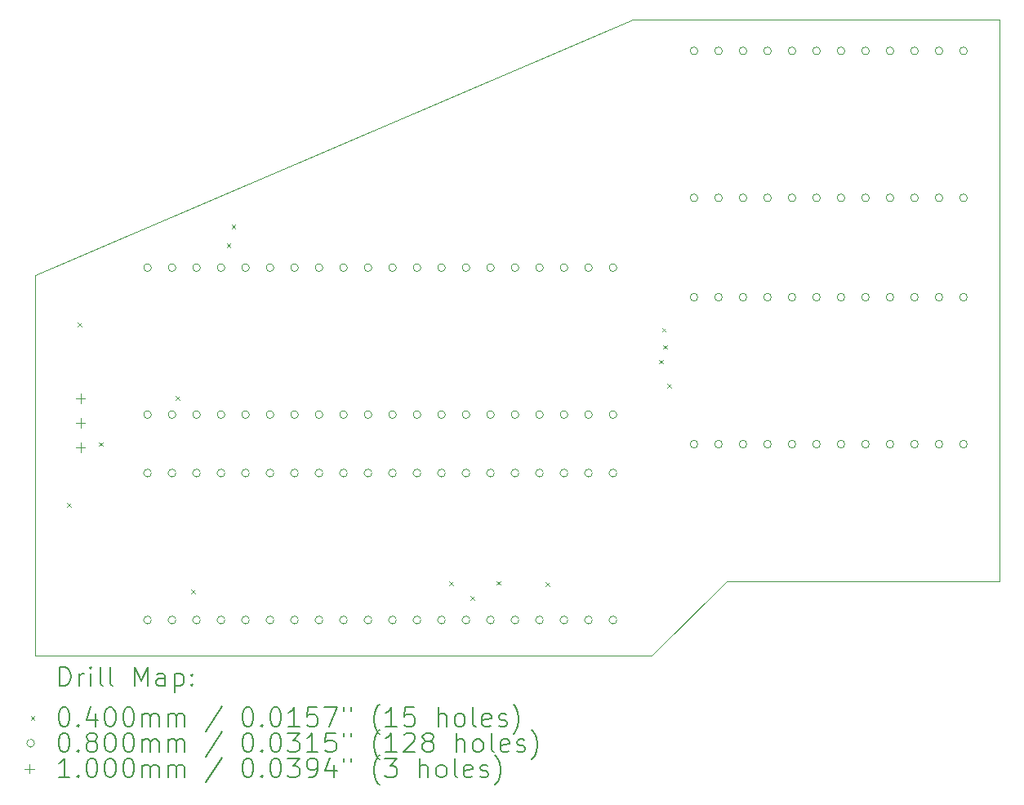
<source format=gbr>
%TF.GenerationSoftware,KiCad,Pcbnew,8.0.3*%
%TF.CreationDate,2024-06-29T10:30:59+02:00*%
%TF.ProjectId,adapter 8913-8910 triangle,61646170-7465-4722-9038-3931332d3839,rev?*%
%TF.SameCoordinates,Original*%
%TF.FileFunction,Drillmap*%
%TF.FilePolarity,Positive*%
%FSLAX45Y45*%
G04 Gerber Fmt 4.5, Leading zero omitted, Abs format (unit mm)*
G04 Created by KiCad (PCBNEW 8.0.3) date 2024-06-29 10:30:59*
%MOMM*%
%LPD*%
G01*
G04 APERTURE LIST*
%ADD10C,0.050000*%
%ADD11C,0.200000*%
%ADD12C,0.100000*%
G04 APERTURE END LIST*
D10*
X13583500Y-4565500D02*
X17383500Y-4565500D01*
X17383500Y-4565500D02*
X17383500Y-10390500D01*
X7383500Y-11165000D02*
X7383500Y-7221500D01*
X17383500Y-10390500D02*
X14560000Y-10390500D01*
X13783500Y-11165500D02*
X7383500Y-11165500D01*
X7383500Y-7221500D02*
X13583500Y-4565500D01*
X13783500Y-11165500D02*
X14560000Y-10390500D01*
D11*
D12*
X7720500Y-9580500D02*
X7760500Y-9620500D01*
X7760500Y-9580500D02*
X7720500Y-9620500D01*
X7830000Y-7710000D02*
X7870000Y-7750000D01*
X7870000Y-7710000D02*
X7830000Y-7750000D01*
X8050000Y-8950000D02*
X8090000Y-8990000D01*
X8090000Y-8950000D02*
X8050000Y-8990000D01*
X8846500Y-8473500D02*
X8886500Y-8513500D01*
X8886500Y-8473500D02*
X8846500Y-8513500D01*
X9002500Y-10479500D02*
X9042500Y-10519500D01*
X9042500Y-10479500D02*
X9002500Y-10519500D01*
X9374500Y-6890500D02*
X9414500Y-6930500D01*
X9414500Y-6890500D02*
X9374500Y-6930500D01*
X9425500Y-6694500D02*
X9465500Y-6734500D01*
X9465500Y-6694500D02*
X9425500Y-6734500D01*
X11680000Y-10395000D02*
X11720000Y-10435000D01*
X11720000Y-10395000D02*
X11680000Y-10435000D01*
X11900000Y-10545000D02*
X11940000Y-10585000D01*
X11940000Y-10545000D02*
X11900000Y-10585000D01*
X12172000Y-10390000D02*
X12212000Y-10430000D01*
X12212000Y-10390000D02*
X12172000Y-10430000D01*
X12677500Y-10404500D02*
X12717500Y-10444500D01*
X12717500Y-10404500D02*
X12677500Y-10444500D01*
X13857300Y-8094500D02*
X13897300Y-8134500D01*
X13897300Y-8094500D02*
X13857300Y-8134500D01*
X13886500Y-7765500D02*
X13926500Y-7805500D01*
X13926500Y-7765500D02*
X13886500Y-7805500D01*
X13896500Y-7943500D02*
X13936500Y-7983500D01*
X13936500Y-7943500D02*
X13896500Y-7983500D01*
X13942700Y-8345000D02*
X13982700Y-8385000D01*
X13982700Y-8345000D02*
X13942700Y-8385000D01*
X8592500Y-7139500D02*
G75*
G02*
X8512500Y-7139500I-40000J0D01*
G01*
X8512500Y-7139500D02*
G75*
G02*
X8592500Y-7139500I40000J0D01*
G01*
X8592500Y-8663500D02*
G75*
G02*
X8512500Y-8663500I-40000J0D01*
G01*
X8512500Y-8663500D02*
G75*
G02*
X8592500Y-8663500I40000J0D01*
G01*
X8592500Y-9269500D02*
G75*
G02*
X8512500Y-9269500I-40000J0D01*
G01*
X8512500Y-9269500D02*
G75*
G02*
X8592500Y-9269500I40000J0D01*
G01*
X8592500Y-10793500D02*
G75*
G02*
X8512500Y-10793500I-40000J0D01*
G01*
X8512500Y-10793500D02*
G75*
G02*
X8592500Y-10793500I40000J0D01*
G01*
X8846500Y-7139500D02*
G75*
G02*
X8766500Y-7139500I-40000J0D01*
G01*
X8766500Y-7139500D02*
G75*
G02*
X8846500Y-7139500I40000J0D01*
G01*
X8846500Y-8663500D02*
G75*
G02*
X8766500Y-8663500I-40000J0D01*
G01*
X8766500Y-8663500D02*
G75*
G02*
X8846500Y-8663500I40000J0D01*
G01*
X8846500Y-9269500D02*
G75*
G02*
X8766500Y-9269500I-40000J0D01*
G01*
X8766500Y-9269500D02*
G75*
G02*
X8846500Y-9269500I40000J0D01*
G01*
X8846500Y-10793500D02*
G75*
G02*
X8766500Y-10793500I-40000J0D01*
G01*
X8766500Y-10793500D02*
G75*
G02*
X8846500Y-10793500I40000J0D01*
G01*
X9100500Y-7139500D02*
G75*
G02*
X9020500Y-7139500I-40000J0D01*
G01*
X9020500Y-7139500D02*
G75*
G02*
X9100500Y-7139500I40000J0D01*
G01*
X9100500Y-8663500D02*
G75*
G02*
X9020500Y-8663500I-40000J0D01*
G01*
X9020500Y-8663500D02*
G75*
G02*
X9100500Y-8663500I40000J0D01*
G01*
X9100500Y-9269500D02*
G75*
G02*
X9020500Y-9269500I-40000J0D01*
G01*
X9020500Y-9269500D02*
G75*
G02*
X9100500Y-9269500I40000J0D01*
G01*
X9100500Y-10793500D02*
G75*
G02*
X9020500Y-10793500I-40000J0D01*
G01*
X9020500Y-10793500D02*
G75*
G02*
X9100500Y-10793500I40000J0D01*
G01*
X9354500Y-7139500D02*
G75*
G02*
X9274500Y-7139500I-40000J0D01*
G01*
X9274500Y-7139500D02*
G75*
G02*
X9354500Y-7139500I40000J0D01*
G01*
X9354500Y-8663500D02*
G75*
G02*
X9274500Y-8663500I-40000J0D01*
G01*
X9274500Y-8663500D02*
G75*
G02*
X9354500Y-8663500I40000J0D01*
G01*
X9354500Y-9269500D02*
G75*
G02*
X9274500Y-9269500I-40000J0D01*
G01*
X9274500Y-9269500D02*
G75*
G02*
X9354500Y-9269500I40000J0D01*
G01*
X9354500Y-10793500D02*
G75*
G02*
X9274500Y-10793500I-40000J0D01*
G01*
X9274500Y-10793500D02*
G75*
G02*
X9354500Y-10793500I40000J0D01*
G01*
X9608500Y-7139500D02*
G75*
G02*
X9528500Y-7139500I-40000J0D01*
G01*
X9528500Y-7139500D02*
G75*
G02*
X9608500Y-7139500I40000J0D01*
G01*
X9608500Y-8663500D02*
G75*
G02*
X9528500Y-8663500I-40000J0D01*
G01*
X9528500Y-8663500D02*
G75*
G02*
X9608500Y-8663500I40000J0D01*
G01*
X9608500Y-9269500D02*
G75*
G02*
X9528500Y-9269500I-40000J0D01*
G01*
X9528500Y-9269500D02*
G75*
G02*
X9608500Y-9269500I40000J0D01*
G01*
X9608500Y-10793500D02*
G75*
G02*
X9528500Y-10793500I-40000J0D01*
G01*
X9528500Y-10793500D02*
G75*
G02*
X9608500Y-10793500I40000J0D01*
G01*
X9862500Y-7139500D02*
G75*
G02*
X9782500Y-7139500I-40000J0D01*
G01*
X9782500Y-7139500D02*
G75*
G02*
X9862500Y-7139500I40000J0D01*
G01*
X9862500Y-8663500D02*
G75*
G02*
X9782500Y-8663500I-40000J0D01*
G01*
X9782500Y-8663500D02*
G75*
G02*
X9862500Y-8663500I40000J0D01*
G01*
X9862500Y-9269500D02*
G75*
G02*
X9782500Y-9269500I-40000J0D01*
G01*
X9782500Y-9269500D02*
G75*
G02*
X9862500Y-9269500I40000J0D01*
G01*
X9862500Y-10793500D02*
G75*
G02*
X9782500Y-10793500I-40000J0D01*
G01*
X9782500Y-10793500D02*
G75*
G02*
X9862500Y-10793500I40000J0D01*
G01*
X10116500Y-7139500D02*
G75*
G02*
X10036500Y-7139500I-40000J0D01*
G01*
X10036500Y-7139500D02*
G75*
G02*
X10116500Y-7139500I40000J0D01*
G01*
X10116500Y-8663500D02*
G75*
G02*
X10036500Y-8663500I-40000J0D01*
G01*
X10036500Y-8663500D02*
G75*
G02*
X10116500Y-8663500I40000J0D01*
G01*
X10116500Y-9269500D02*
G75*
G02*
X10036500Y-9269500I-40000J0D01*
G01*
X10036500Y-9269500D02*
G75*
G02*
X10116500Y-9269500I40000J0D01*
G01*
X10116500Y-10793500D02*
G75*
G02*
X10036500Y-10793500I-40000J0D01*
G01*
X10036500Y-10793500D02*
G75*
G02*
X10116500Y-10793500I40000J0D01*
G01*
X10370500Y-7139500D02*
G75*
G02*
X10290500Y-7139500I-40000J0D01*
G01*
X10290500Y-7139500D02*
G75*
G02*
X10370500Y-7139500I40000J0D01*
G01*
X10370500Y-8663500D02*
G75*
G02*
X10290500Y-8663500I-40000J0D01*
G01*
X10290500Y-8663500D02*
G75*
G02*
X10370500Y-8663500I40000J0D01*
G01*
X10370500Y-9269500D02*
G75*
G02*
X10290500Y-9269500I-40000J0D01*
G01*
X10290500Y-9269500D02*
G75*
G02*
X10370500Y-9269500I40000J0D01*
G01*
X10370500Y-10793500D02*
G75*
G02*
X10290500Y-10793500I-40000J0D01*
G01*
X10290500Y-10793500D02*
G75*
G02*
X10370500Y-10793500I40000J0D01*
G01*
X10624500Y-7139500D02*
G75*
G02*
X10544500Y-7139500I-40000J0D01*
G01*
X10544500Y-7139500D02*
G75*
G02*
X10624500Y-7139500I40000J0D01*
G01*
X10624500Y-8663500D02*
G75*
G02*
X10544500Y-8663500I-40000J0D01*
G01*
X10544500Y-8663500D02*
G75*
G02*
X10624500Y-8663500I40000J0D01*
G01*
X10624500Y-9269500D02*
G75*
G02*
X10544500Y-9269500I-40000J0D01*
G01*
X10544500Y-9269500D02*
G75*
G02*
X10624500Y-9269500I40000J0D01*
G01*
X10624500Y-10793500D02*
G75*
G02*
X10544500Y-10793500I-40000J0D01*
G01*
X10544500Y-10793500D02*
G75*
G02*
X10624500Y-10793500I40000J0D01*
G01*
X10878500Y-7139500D02*
G75*
G02*
X10798500Y-7139500I-40000J0D01*
G01*
X10798500Y-7139500D02*
G75*
G02*
X10878500Y-7139500I40000J0D01*
G01*
X10878500Y-8663500D02*
G75*
G02*
X10798500Y-8663500I-40000J0D01*
G01*
X10798500Y-8663500D02*
G75*
G02*
X10878500Y-8663500I40000J0D01*
G01*
X10878500Y-9269500D02*
G75*
G02*
X10798500Y-9269500I-40000J0D01*
G01*
X10798500Y-9269500D02*
G75*
G02*
X10878500Y-9269500I40000J0D01*
G01*
X10878500Y-10793500D02*
G75*
G02*
X10798500Y-10793500I-40000J0D01*
G01*
X10798500Y-10793500D02*
G75*
G02*
X10878500Y-10793500I40000J0D01*
G01*
X11132500Y-7139500D02*
G75*
G02*
X11052500Y-7139500I-40000J0D01*
G01*
X11052500Y-7139500D02*
G75*
G02*
X11132500Y-7139500I40000J0D01*
G01*
X11132500Y-8663500D02*
G75*
G02*
X11052500Y-8663500I-40000J0D01*
G01*
X11052500Y-8663500D02*
G75*
G02*
X11132500Y-8663500I40000J0D01*
G01*
X11132500Y-9269500D02*
G75*
G02*
X11052500Y-9269500I-40000J0D01*
G01*
X11052500Y-9269500D02*
G75*
G02*
X11132500Y-9269500I40000J0D01*
G01*
X11132500Y-10793500D02*
G75*
G02*
X11052500Y-10793500I-40000J0D01*
G01*
X11052500Y-10793500D02*
G75*
G02*
X11132500Y-10793500I40000J0D01*
G01*
X11386500Y-7139500D02*
G75*
G02*
X11306500Y-7139500I-40000J0D01*
G01*
X11306500Y-7139500D02*
G75*
G02*
X11386500Y-7139500I40000J0D01*
G01*
X11386500Y-8663500D02*
G75*
G02*
X11306500Y-8663500I-40000J0D01*
G01*
X11306500Y-8663500D02*
G75*
G02*
X11386500Y-8663500I40000J0D01*
G01*
X11386500Y-9269500D02*
G75*
G02*
X11306500Y-9269500I-40000J0D01*
G01*
X11306500Y-9269500D02*
G75*
G02*
X11386500Y-9269500I40000J0D01*
G01*
X11386500Y-10793500D02*
G75*
G02*
X11306500Y-10793500I-40000J0D01*
G01*
X11306500Y-10793500D02*
G75*
G02*
X11386500Y-10793500I40000J0D01*
G01*
X11640500Y-7139500D02*
G75*
G02*
X11560500Y-7139500I-40000J0D01*
G01*
X11560500Y-7139500D02*
G75*
G02*
X11640500Y-7139500I40000J0D01*
G01*
X11640500Y-8663500D02*
G75*
G02*
X11560500Y-8663500I-40000J0D01*
G01*
X11560500Y-8663500D02*
G75*
G02*
X11640500Y-8663500I40000J0D01*
G01*
X11640500Y-9269500D02*
G75*
G02*
X11560500Y-9269500I-40000J0D01*
G01*
X11560500Y-9269500D02*
G75*
G02*
X11640500Y-9269500I40000J0D01*
G01*
X11640500Y-10793500D02*
G75*
G02*
X11560500Y-10793500I-40000J0D01*
G01*
X11560500Y-10793500D02*
G75*
G02*
X11640500Y-10793500I40000J0D01*
G01*
X11894500Y-7139500D02*
G75*
G02*
X11814500Y-7139500I-40000J0D01*
G01*
X11814500Y-7139500D02*
G75*
G02*
X11894500Y-7139500I40000J0D01*
G01*
X11894500Y-8663500D02*
G75*
G02*
X11814500Y-8663500I-40000J0D01*
G01*
X11814500Y-8663500D02*
G75*
G02*
X11894500Y-8663500I40000J0D01*
G01*
X11894500Y-9269500D02*
G75*
G02*
X11814500Y-9269500I-40000J0D01*
G01*
X11814500Y-9269500D02*
G75*
G02*
X11894500Y-9269500I40000J0D01*
G01*
X11894500Y-10793500D02*
G75*
G02*
X11814500Y-10793500I-40000J0D01*
G01*
X11814500Y-10793500D02*
G75*
G02*
X11894500Y-10793500I40000J0D01*
G01*
X12148500Y-7139500D02*
G75*
G02*
X12068500Y-7139500I-40000J0D01*
G01*
X12068500Y-7139500D02*
G75*
G02*
X12148500Y-7139500I40000J0D01*
G01*
X12148500Y-8663500D02*
G75*
G02*
X12068500Y-8663500I-40000J0D01*
G01*
X12068500Y-8663500D02*
G75*
G02*
X12148500Y-8663500I40000J0D01*
G01*
X12148500Y-9269500D02*
G75*
G02*
X12068500Y-9269500I-40000J0D01*
G01*
X12068500Y-9269500D02*
G75*
G02*
X12148500Y-9269500I40000J0D01*
G01*
X12148500Y-10793500D02*
G75*
G02*
X12068500Y-10793500I-40000J0D01*
G01*
X12068500Y-10793500D02*
G75*
G02*
X12148500Y-10793500I40000J0D01*
G01*
X12402500Y-7139500D02*
G75*
G02*
X12322500Y-7139500I-40000J0D01*
G01*
X12322500Y-7139500D02*
G75*
G02*
X12402500Y-7139500I40000J0D01*
G01*
X12402500Y-8663500D02*
G75*
G02*
X12322500Y-8663500I-40000J0D01*
G01*
X12322500Y-8663500D02*
G75*
G02*
X12402500Y-8663500I40000J0D01*
G01*
X12402500Y-9269500D02*
G75*
G02*
X12322500Y-9269500I-40000J0D01*
G01*
X12322500Y-9269500D02*
G75*
G02*
X12402500Y-9269500I40000J0D01*
G01*
X12402500Y-10793500D02*
G75*
G02*
X12322500Y-10793500I-40000J0D01*
G01*
X12322500Y-10793500D02*
G75*
G02*
X12402500Y-10793500I40000J0D01*
G01*
X12656500Y-7139500D02*
G75*
G02*
X12576500Y-7139500I-40000J0D01*
G01*
X12576500Y-7139500D02*
G75*
G02*
X12656500Y-7139500I40000J0D01*
G01*
X12656500Y-8663500D02*
G75*
G02*
X12576500Y-8663500I-40000J0D01*
G01*
X12576500Y-8663500D02*
G75*
G02*
X12656500Y-8663500I40000J0D01*
G01*
X12656500Y-9269500D02*
G75*
G02*
X12576500Y-9269500I-40000J0D01*
G01*
X12576500Y-9269500D02*
G75*
G02*
X12656500Y-9269500I40000J0D01*
G01*
X12656500Y-10793500D02*
G75*
G02*
X12576500Y-10793500I-40000J0D01*
G01*
X12576500Y-10793500D02*
G75*
G02*
X12656500Y-10793500I40000J0D01*
G01*
X12910500Y-7139500D02*
G75*
G02*
X12830500Y-7139500I-40000J0D01*
G01*
X12830500Y-7139500D02*
G75*
G02*
X12910500Y-7139500I40000J0D01*
G01*
X12910500Y-8663500D02*
G75*
G02*
X12830500Y-8663500I-40000J0D01*
G01*
X12830500Y-8663500D02*
G75*
G02*
X12910500Y-8663500I40000J0D01*
G01*
X12910500Y-9269500D02*
G75*
G02*
X12830500Y-9269500I-40000J0D01*
G01*
X12830500Y-9269500D02*
G75*
G02*
X12910500Y-9269500I40000J0D01*
G01*
X12910500Y-10793500D02*
G75*
G02*
X12830500Y-10793500I-40000J0D01*
G01*
X12830500Y-10793500D02*
G75*
G02*
X12910500Y-10793500I40000J0D01*
G01*
X13164500Y-7139500D02*
G75*
G02*
X13084500Y-7139500I-40000J0D01*
G01*
X13084500Y-7139500D02*
G75*
G02*
X13164500Y-7139500I40000J0D01*
G01*
X13164500Y-8663500D02*
G75*
G02*
X13084500Y-8663500I-40000J0D01*
G01*
X13084500Y-8663500D02*
G75*
G02*
X13164500Y-8663500I40000J0D01*
G01*
X13164500Y-9269500D02*
G75*
G02*
X13084500Y-9269500I-40000J0D01*
G01*
X13084500Y-9269500D02*
G75*
G02*
X13164500Y-9269500I40000J0D01*
G01*
X13164500Y-10793500D02*
G75*
G02*
X13084500Y-10793500I-40000J0D01*
G01*
X13084500Y-10793500D02*
G75*
G02*
X13164500Y-10793500I40000J0D01*
G01*
X13418500Y-7139500D02*
G75*
G02*
X13338500Y-7139500I-40000J0D01*
G01*
X13338500Y-7139500D02*
G75*
G02*
X13418500Y-7139500I40000J0D01*
G01*
X13418500Y-8663500D02*
G75*
G02*
X13338500Y-8663500I-40000J0D01*
G01*
X13338500Y-8663500D02*
G75*
G02*
X13418500Y-8663500I40000J0D01*
G01*
X13418500Y-9269500D02*
G75*
G02*
X13338500Y-9269500I-40000J0D01*
G01*
X13338500Y-9269500D02*
G75*
G02*
X13418500Y-9269500I40000J0D01*
G01*
X13418500Y-10793500D02*
G75*
G02*
X13338500Y-10793500I-40000J0D01*
G01*
X13338500Y-10793500D02*
G75*
G02*
X13418500Y-10793500I40000J0D01*
G01*
X14258500Y-4891500D02*
G75*
G02*
X14178500Y-4891500I-40000J0D01*
G01*
X14178500Y-4891500D02*
G75*
G02*
X14258500Y-4891500I40000J0D01*
G01*
X14258500Y-6415500D02*
G75*
G02*
X14178500Y-6415500I-40000J0D01*
G01*
X14178500Y-6415500D02*
G75*
G02*
X14258500Y-6415500I40000J0D01*
G01*
X14258500Y-7445500D02*
G75*
G02*
X14178500Y-7445500I-40000J0D01*
G01*
X14178500Y-7445500D02*
G75*
G02*
X14258500Y-7445500I40000J0D01*
G01*
X14258500Y-8969500D02*
G75*
G02*
X14178500Y-8969500I-40000J0D01*
G01*
X14178500Y-8969500D02*
G75*
G02*
X14258500Y-8969500I40000J0D01*
G01*
X14512500Y-4891500D02*
G75*
G02*
X14432500Y-4891500I-40000J0D01*
G01*
X14432500Y-4891500D02*
G75*
G02*
X14512500Y-4891500I40000J0D01*
G01*
X14512500Y-6415500D02*
G75*
G02*
X14432500Y-6415500I-40000J0D01*
G01*
X14432500Y-6415500D02*
G75*
G02*
X14512500Y-6415500I40000J0D01*
G01*
X14512500Y-7445500D02*
G75*
G02*
X14432500Y-7445500I-40000J0D01*
G01*
X14432500Y-7445500D02*
G75*
G02*
X14512500Y-7445500I40000J0D01*
G01*
X14512500Y-8969500D02*
G75*
G02*
X14432500Y-8969500I-40000J0D01*
G01*
X14432500Y-8969500D02*
G75*
G02*
X14512500Y-8969500I40000J0D01*
G01*
X14766500Y-4891500D02*
G75*
G02*
X14686500Y-4891500I-40000J0D01*
G01*
X14686500Y-4891500D02*
G75*
G02*
X14766500Y-4891500I40000J0D01*
G01*
X14766500Y-6415500D02*
G75*
G02*
X14686500Y-6415500I-40000J0D01*
G01*
X14686500Y-6415500D02*
G75*
G02*
X14766500Y-6415500I40000J0D01*
G01*
X14766500Y-7445500D02*
G75*
G02*
X14686500Y-7445500I-40000J0D01*
G01*
X14686500Y-7445500D02*
G75*
G02*
X14766500Y-7445500I40000J0D01*
G01*
X14766500Y-8969500D02*
G75*
G02*
X14686500Y-8969500I-40000J0D01*
G01*
X14686500Y-8969500D02*
G75*
G02*
X14766500Y-8969500I40000J0D01*
G01*
X15020500Y-4891500D02*
G75*
G02*
X14940500Y-4891500I-40000J0D01*
G01*
X14940500Y-4891500D02*
G75*
G02*
X15020500Y-4891500I40000J0D01*
G01*
X15020500Y-6415500D02*
G75*
G02*
X14940500Y-6415500I-40000J0D01*
G01*
X14940500Y-6415500D02*
G75*
G02*
X15020500Y-6415500I40000J0D01*
G01*
X15020500Y-7445500D02*
G75*
G02*
X14940500Y-7445500I-40000J0D01*
G01*
X14940500Y-7445500D02*
G75*
G02*
X15020500Y-7445500I40000J0D01*
G01*
X15020500Y-8969500D02*
G75*
G02*
X14940500Y-8969500I-40000J0D01*
G01*
X14940500Y-8969500D02*
G75*
G02*
X15020500Y-8969500I40000J0D01*
G01*
X15274500Y-4891500D02*
G75*
G02*
X15194500Y-4891500I-40000J0D01*
G01*
X15194500Y-4891500D02*
G75*
G02*
X15274500Y-4891500I40000J0D01*
G01*
X15274500Y-6415500D02*
G75*
G02*
X15194500Y-6415500I-40000J0D01*
G01*
X15194500Y-6415500D02*
G75*
G02*
X15274500Y-6415500I40000J0D01*
G01*
X15274500Y-7445500D02*
G75*
G02*
X15194500Y-7445500I-40000J0D01*
G01*
X15194500Y-7445500D02*
G75*
G02*
X15274500Y-7445500I40000J0D01*
G01*
X15274500Y-8969500D02*
G75*
G02*
X15194500Y-8969500I-40000J0D01*
G01*
X15194500Y-8969500D02*
G75*
G02*
X15274500Y-8969500I40000J0D01*
G01*
X15528500Y-4891500D02*
G75*
G02*
X15448500Y-4891500I-40000J0D01*
G01*
X15448500Y-4891500D02*
G75*
G02*
X15528500Y-4891500I40000J0D01*
G01*
X15528500Y-6415500D02*
G75*
G02*
X15448500Y-6415500I-40000J0D01*
G01*
X15448500Y-6415500D02*
G75*
G02*
X15528500Y-6415500I40000J0D01*
G01*
X15528500Y-7445500D02*
G75*
G02*
X15448500Y-7445500I-40000J0D01*
G01*
X15448500Y-7445500D02*
G75*
G02*
X15528500Y-7445500I40000J0D01*
G01*
X15528500Y-8969500D02*
G75*
G02*
X15448500Y-8969500I-40000J0D01*
G01*
X15448500Y-8969500D02*
G75*
G02*
X15528500Y-8969500I40000J0D01*
G01*
X15782500Y-4891500D02*
G75*
G02*
X15702500Y-4891500I-40000J0D01*
G01*
X15702500Y-4891500D02*
G75*
G02*
X15782500Y-4891500I40000J0D01*
G01*
X15782500Y-6415500D02*
G75*
G02*
X15702500Y-6415500I-40000J0D01*
G01*
X15702500Y-6415500D02*
G75*
G02*
X15782500Y-6415500I40000J0D01*
G01*
X15782500Y-7445500D02*
G75*
G02*
X15702500Y-7445500I-40000J0D01*
G01*
X15702500Y-7445500D02*
G75*
G02*
X15782500Y-7445500I40000J0D01*
G01*
X15782500Y-8969500D02*
G75*
G02*
X15702500Y-8969500I-40000J0D01*
G01*
X15702500Y-8969500D02*
G75*
G02*
X15782500Y-8969500I40000J0D01*
G01*
X16036500Y-4891500D02*
G75*
G02*
X15956500Y-4891500I-40000J0D01*
G01*
X15956500Y-4891500D02*
G75*
G02*
X16036500Y-4891500I40000J0D01*
G01*
X16036500Y-6415500D02*
G75*
G02*
X15956500Y-6415500I-40000J0D01*
G01*
X15956500Y-6415500D02*
G75*
G02*
X16036500Y-6415500I40000J0D01*
G01*
X16036500Y-7445500D02*
G75*
G02*
X15956500Y-7445500I-40000J0D01*
G01*
X15956500Y-7445500D02*
G75*
G02*
X16036500Y-7445500I40000J0D01*
G01*
X16036500Y-8969500D02*
G75*
G02*
X15956500Y-8969500I-40000J0D01*
G01*
X15956500Y-8969500D02*
G75*
G02*
X16036500Y-8969500I40000J0D01*
G01*
X16290500Y-4891500D02*
G75*
G02*
X16210500Y-4891500I-40000J0D01*
G01*
X16210500Y-4891500D02*
G75*
G02*
X16290500Y-4891500I40000J0D01*
G01*
X16290500Y-6415500D02*
G75*
G02*
X16210500Y-6415500I-40000J0D01*
G01*
X16210500Y-6415500D02*
G75*
G02*
X16290500Y-6415500I40000J0D01*
G01*
X16290500Y-7445500D02*
G75*
G02*
X16210500Y-7445500I-40000J0D01*
G01*
X16210500Y-7445500D02*
G75*
G02*
X16290500Y-7445500I40000J0D01*
G01*
X16290500Y-8969500D02*
G75*
G02*
X16210500Y-8969500I-40000J0D01*
G01*
X16210500Y-8969500D02*
G75*
G02*
X16290500Y-8969500I40000J0D01*
G01*
X16544500Y-4891500D02*
G75*
G02*
X16464500Y-4891500I-40000J0D01*
G01*
X16464500Y-4891500D02*
G75*
G02*
X16544500Y-4891500I40000J0D01*
G01*
X16544500Y-6415500D02*
G75*
G02*
X16464500Y-6415500I-40000J0D01*
G01*
X16464500Y-6415500D02*
G75*
G02*
X16544500Y-6415500I40000J0D01*
G01*
X16544500Y-7445500D02*
G75*
G02*
X16464500Y-7445500I-40000J0D01*
G01*
X16464500Y-7445500D02*
G75*
G02*
X16544500Y-7445500I40000J0D01*
G01*
X16544500Y-8969500D02*
G75*
G02*
X16464500Y-8969500I-40000J0D01*
G01*
X16464500Y-8969500D02*
G75*
G02*
X16544500Y-8969500I40000J0D01*
G01*
X16798500Y-4891500D02*
G75*
G02*
X16718500Y-4891500I-40000J0D01*
G01*
X16718500Y-4891500D02*
G75*
G02*
X16798500Y-4891500I40000J0D01*
G01*
X16798500Y-6415500D02*
G75*
G02*
X16718500Y-6415500I-40000J0D01*
G01*
X16718500Y-6415500D02*
G75*
G02*
X16798500Y-6415500I40000J0D01*
G01*
X16798500Y-7445500D02*
G75*
G02*
X16718500Y-7445500I-40000J0D01*
G01*
X16718500Y-7445500D02*
G75*
G02*
X16798500Y-7445500I40000J0D01*
G01*
X16798500Y-8969500D02*
G75*
G02*
X16718500Y-8969500I-40000J0D01*
G01*
X16718500Y-8969500D02*
G75*
G02*
X16798500Y-8969500I40000J0D01*
G01*
X17052500Y-4891500D02*
G75*
G02*
X16972500Y-4891500I-40000J0D01*
G01*
X16972500Y-4891500D02*
G75*
G02*
X17052500Y-4891500I40000J0D01*
G01*
X17052500Y-6415500D02*
G75*
G02*
X16972500Y-6415500I-40000J0D01*
G01*
X16972500Y-6415500D02*
G75*
G02*
X17052500Y-6415500I40000J0D01*
G01*
X17052500Y-7445500D02*
G75*
G02*
X16972500Y-7445500I-40000J0D01*
G01*
X16972500Y-7445500D02*
G75*
G02*
X17052500Y-7445500I40000J0D01*
G01*
X17052500Y-8969500D02*
G75*
G02*
X16972500Y-8969500I-40000J0D01*
G01*
X16972500Y-8969500D02*
G75*
G02*
X17052500Y-8969500I40000J0D01*
G01*
X7857500Y-8444500D02*
X7857500Y-8544500D01*
X7807500Y-8494500D02*
X7907500Y-8494500D01*
X7857500Y-8698500D02*
X7857500Y-8798500D01*
X7807500Y-8748500D02*
X7907500Y-8748500D01*
X7857500Y-8952500D02*
X7857500Y-9052500D01*
X7807500Y-9002500D02*
X7907500Y-9002500D01*
D11*
X7641777Y-11479484D02*
X7641777Y-11279484D01*
X7641777Y-11279484D02*
X7689396Y-11279484D01*
X7689396Y-11279484D02*
X7717967Y-11289008D01*
X7717967Y-11289008D02*
X7737015Y-11308055D01*
X7737015Y-11308055D02*
X7746539Y-11327103D01*
X7746539Y-11327103D02*
X7756062Y-11365198D01*
X7756062Y-11365198D02*
X7756062Y-11393769D01*
X7756062Y-11393769D02*
X7746539Y-11431865D01*
X7746539Y-11431865D02*
X7737015Y-11450912D01*
X7737015Y-11450912D02*
X7717967Y-11469960D01*
X7717967Y-11469960D02*
X7689396Y-11479484D01*
X7689396Y-11479484D02*
X7641777Y-11479484D01*
X7841777Y-11479484D02*
X7841777Y-11346150D01*
X7841777Y-11384246D02*
X7851301Y-11365198D01*
X7851301Y-11365198D02*
X7860824Y-11355674D01*
X7860824Y-11355674D02*
X7879872Y-11346150D01*
X7879872Y-11346150D02*
X7898920Y-11346150D01*
X7965586Y-11479484D02*
X7965586Y-11346150D01*
X7965586Y-11279484D02*
X7956062Y-11289008D01*
X7956062Y-11289008D02*
X7965586Y-11298531D01*
X7965586Y-11298531D02*
X7975110Y-11289008D01*
X7975110Y-11289008D02*
X7965586Y-11279484D01*
X7965586Y-11279484D02*
X7965586Y-11298531D01*
X8089396Y-11479484D02*
X8070348Y-11469960D01*
X8070348Y-11469960D02*
X8060824Y-11450912D01*
X8060824Y-11450912D02*
X8060824Y-11279484D01*
X8194158Y-11479484D02*
X8175110Y-11469960D01*
X8175110Y-11469960D02*
X8165586Y-11450912D01*
X8165586Y-11450912D02*
X8165586Y-11279484D01*
X8422729Y-11479484D02*
X8422729Y-11279484D01*
X8422729Y-11279484D02*
X8489396Y-11422341D01*
X8489396Y-11422341D02*
X8556063Y-11279484D01*
X8556063Y-11279484D02*
X8556063Y-11479484D01*
X8737015Y-11479484D02*
X8737015Y-11374722D01*
X8737015Y-11374722D02*
X8727491Y-11355674D01*
X8727491Y-11355674D02*
X8708444Y-11346150D01*
X8708444Y-11346150D02*
X8670348Y-11346150D01*
X8670348Y-11346150D02*
X8651301Y-11355674D01*
X8737015Y-11469960D02*
X8717967Y-11479484D01*
X8717967Y-11479484D02*
X8670348Y-11479484D01*
X8670348Y-11479484D02*
X8651301Y-11469960D01*
X8651301Y-11469960D02*
X8641777Y-11450912D01*
X8641777Y-11450912D02*
X8641777Y-11431865D01*
X8641777Y-11431865D02*
X8651301Y-11412817D01*
X8651301Y-11412817D02*
X8670348Y-11403293D01*
X8670348Y-11403293D02*
X8717967Y-11403293D01*
X8717967Y-11403293D02*
X8737015Y-11393769D01*
X8832253Y-11346150D02*
X8832253Y-11546150D01*
X8832253Y-11355674D02*
X8851301Y-11346150D01*
X8851301Y-11346150D02*
X8889396Y-11346150D01*
X8889396Y-11346150D02*
X8908444Y-11355674D01*
X8908444Y-11355674D02*
X8917967Y-11365198D01*
X8917967Y-11365198D02*
X8927491Y-11384246D01*
X8927491Y-11384246D02*
X8927491Y-11441388D01*
X8927491Y-11441388D02*
X8917967Y-11460436D01*
X8917967Y-11460436D02*
X8908444Y-11469960D01*
X8908444Y-11469960D02*
X8889396Y-11479484D01*
X8889396Y-11479484D02*
X8851301Y-11479484D01*
X8851301Y-11479484D02*
X8832253Y-11469960D01*
X9013205Y-11460436D02*
X9022729Y-11469960D01*
X9022729Y-11469960D02*
X9013205Y-11479484D01*
X9013205Y-11479484D02*
X9003682Y-11469960D01*
X9003682Y-11469960D02*
X9013205Y-11460436D01*
X9013205Y-11460436D02*
X9013205Y-11479484D01*
X9013205Y-11355674D02*
X9022729Y-11365198D01*
X9022729Y-11365198D02*
X9013205Y-11374722D01*
X9013205Y-11374722D02*
X9003682Y-11365198D01*
X9003682Y-11365198D02*
X9013205Y-11355674D01*
X9013205Y-11355674D02*
X9013205Y-11374722D01*
D12*
X7341000Y-11788000D02*
X7381000Y-11828000D01*
X7381000Y-11788000D02*
X7341000Y-11828000D01*
D11*
X7679872Y-11699484D02*
X7698920Y-11699484D01*
X7698920Y-11699484D02*
X7717967Y-11709008D01*
X7717967Y-11709008D02*
X7727491Y-11718531D01*
X7727491Y-11718531D02*
X7737015Y-11737579D01*
X7737015Y-11737579D02*
X7746539Y-11775674D01*
X7746539Y-11775674D02*
X7746539Y-11823293D01*
X7746539Y-11823293D02*
X7737015Y-11861388D01*
X7737015Y-11861388D02*
X7727491Y-11880436D01*
X7727491Y-11880436D02*
X7717967Y-11889960D01*
X7717967Y-11889960D02*
X7698920Y-11899484D01*
X7698920Y-11899484D02*
X7679872Y-11899484D01*
X7679872Y-11899484D02*
X7660824Y-11889960D01*
X7660824Y-11889960D02*
X7651301Y-11880436D01*
X7651301Y-11880436D02*
X7641777Y-11861388D01*
X7641777Y-11861388D02*
X7632253Y-11823293D01*
X7632253Y-11823293D02*
X7632253Y-11775674D01*
X7632253Y-11775674D02*
X7641777Y-11737579D01*
X7641777Y-11737579D02*
X7651301Y-11718531D01*
X7651301Y-11718531D02*
X7660824Y-11709008D01*
X7660824Y-11709008D02*
X7679872Y-11699484D01*
X7832253Y-11880436D02*
X7841777Y-11889960D01*
X7841777Y-11889960D02*
X7832253Y-11899484D01*
X7832253Y-11899484D02*
X7822729Y-11889960D01*
X7822729Y-11889960D02*
X7832253Y-11880436D01*
X7832253Y-11880436D02*
X7832253Y-11899484D01*
X8013205Y-11766150D02*
X8013205Y-11899484D01*
X7965586Y-11689960D02*
X7917967Y-11832817D01*
X7917967Y-11832817D02*
X8041777Y-11832817D01*
X8156062Y-11699484D02*
X8175110Y-11699484D01*
X8175110Y-11699484D02*
X8194158Y-11709008D01*
X8194158Y-11709008D02*
X8203682Y-11718531D01*
X8203682Y-11718531D02*
X8213205Y-11737579D01*
X8213205Y-11737579D02*
X8222729Y-11775674D01*
X8222729Y-11775674D02*
X8222729Y-11823293D01*
X8222729Y-11823293D02*
X8213205Y-11861388D01*
X8213205Y-11861388D02*
X8203682Y-11880436D01*
X8203682Y-11880436D02*
X8194158Y-11889960D01*
X8194158Y-11889960D02*
X8175110Y-11899484D01*
X8175110Y-11899484D02*
X8156062Y-11899484D01*
X8156062Y-11899484D02*
X8137015Y-11889960D01*
X8137015Y-11889960D02*
X8127491Y-11880436D01*
X8127491Y-11880436D02*
X8117967Y-11861388D01*
X8117967Y-11861388D02*
X8108443Y-11823293D01*
X8108443Y-11823293D02*
X8108443Y-11775674D01*
X8108443Y-11775674D02*
X8117967Y-11737579D01*
X8117967Y-11737579D02*
X8127491Y-11718531D01*
X8127491Y-11718531D02*
X8137015Y-11709008D01*
X8137015Y-11709008D02*
X8156062Y-11699484D01*
X8346539Y-11699484D02*
X8365586Y-11699484D01*
X8365586Y-11699484D02*
X8384634Y-11709008D01*
X8384634Y-11709008D02*
X8394158Y-11718531D01*
X8394158Y-11718531D02*
X8403682Y-11737579D01*
X8403682Y-11737579D02*
X8413205Y-11775674D01*
X8413205Y-11775674D02*
X8413205Y-11823293D01*
X8413205Y-11823293D02*
X8403682Y-11861388D01*
X8403682Y-11861388D02*
X8394158Y-11880436D01*
X8394158Y-11880436D02*
X8384634Y-11889960D01*
X8384634Y-11889960D02*
X8365586Y-11899484D01*
X8365586Y-11899484D02*
X8346539Y-11899484D01*
X8346539Y-11899484D02*
X8327491Y-11889960D01*
X8327491Y-11889960D02*
X8317967Y-11880436D01*
X8317967Y-11880436D02*
X8308443Y-11861388D01*
X8308443Y-11861388D02*
X8298920Y-11823293D01*
X8298920Y-11823293D02*
X8298920Y-11775674D01*
X8298920Y-11775674D02*
X8308443Y-11737579D01*
X8308443Y-11737579D02*
X8317967Y-11718531D01*
X8317967Y-11718531D02*
X8327491Y-11709008D01*
X8327491Y-11709008D02*
X8346539Y-11699484D01*
X8498920Y-11899484D02*
X8498920Y-11766150D01*
X8498920Y-11785198D02*
X8508444Y-11775674D01*
X8508444Y-11775674D02*
X8527491Y-11766150D01*
X8527491Y-11766150D02*
X8556063Y-11766150D01*
X8556063Y-11766150D02*
X8575110Y-11775674D01*
X8575110Y-11775674D02*
X8584634Y-11794722D01*
X8584634Y-11794722D02*
X8584634Y-11899484D01*
X8584634Y-11794722D02*
X8594158Y-11775674D01*
X8594158Y-11775674D02*
X8613205Y-11766150D01*
X8613205Y-11766150D02*
X8641777Y-11766150D01*
X8641777Y-11766150D02*
X8660825Y-11775674D01*
X8660825Y-11775674D02*
X8670348Y-11794722D01*
X8670348Y-11794722D02*
X8670348Y-11899484D01*
X8765586Y-11899484D02*
X8765586Y-11766150D01*
X8765586Y-11785198D02*
X8775110Y-11775674D01*
X8775110Y-11775674D02*
X8794158Y-11766150D01*
X8794158Y-11766150D02*
X8822729Y-11766150D01*
X8822729Y-11766150D02*
X8841777Y-11775674D01*
X8841777Y-11775674D02*
X8851301Y-11794722D01*
X8851301Y-11794722D02*
X8851301Y-11899484D01*
X8851301Y-11794722D02*
X8860825Y-11775674D01*
X8860825Y-11775674D02*
X8879872Y-11766150D01*
X8879872Y-11766150D02*
X8908444Y-11766150D01*
X8908444Y-11766150D02*
X8927491Y-11775674D01*
X8927491Y-11775674D02*
X8937015Y-11794722D01*
X8937015Y-11794722D02*
X8937015Y-11899484D01*
X9327491Y-11689960D02*
X9156063Y-11947103D01*
X9584634Y-11699484D02*
X9603682Y-11699484D01*
X9603682Y-11699484D02*
X9622729Y-11709008D01*
X9622729Y-11709008D02*
X9632253Y-11718531D01*
X9632253Y-11718531D02*
X9641777Y-11737579D01*
X9641777Y-11737579D02*
X9651301Y-11775674D01*
X9651301Y-11775674D02*
X9651301Y-11823293D01*
X9651301Y-11823293D02*
X9641777Y-11861388D01*
X9641777Y-11861388D02*
X9632253Y-11880436D01*
X9632253Y-11880436D02*
X9622729Y-11889960D01*
X9622729Y-11889960D02*
X9603682Y-11899484D01*
X9603682Y-11899484D02*
X9584634Y-11899484D01*
X9584634Y-11899484D02*
X9565587Y-11889960D01*
X9565587Y-11889960D02*
X9556063Y-11880436D01*
X9556063Y-11880436D02*
X9546539Y-11861388D01*
X9546539Y-11861388D02*
X9537015Y-11823293D01*
X9537015Y-11823293D02*
X9537015Y-11775674D01*
X9537015Y-11775674D02*
X9546539Y-11737579D01*
X9546539Y-11737579D02*
X9556063Y-11718531D01*
X9556063Y-11718531D02*
X9565587Y-11709008D01*
X9565587Y-11709008D02*
X9584634Y-11699484D01*
X9737015Y-11880436D02*
X9746539Y-11889960D01*
X9746539Y-11889960D02*
X9737015Y-11899484D01*
X9737015Y-11899484D02*
X9727491Y-11889960D01*
X9727491Y-11889960D02*
X9737015Y-11880436D01*
X9737015Y-11880436D02*
X9737015Y-11899484D01*
X9870348Y-11699484D02*
X9889396Y-11699484D01*
X9889396Y-11699484D02*
X9908444Y-11709008D01*
X9908444Y-11709008D02*
X9917968Y-11718531D01*
X9917968Y-11718531D02*
X9927491Y-11737579D01*
X9927491Y-11737579D02*
X9937015Y-11775674D01*
X9937015Y-11775674D02*
X9937015Y-11823293D01*
X9937015Y-11823293D02*
X9927491Y-11861388D01*
X9927491Y-11861388D02*
X9917968Y-11880436D01*
X9917968Y-11880436D02*
X9908444Y-11889960D01*
X9908444Y-11889960D02*
X9889396Y-11899484D01*
X9889396Y-11899484D02*
X9870348Y-11899484D01*
X9870348Y-11899484D02*
X9851301Y-11889960D01*
X9851301Y-11889960D02*
X9841777Y-11880436D01*
X9841777Y-11880436D02*
X9832253Y-11861388D01*
X9832253Y-11861388D02*
X9822729Y-11823293D01*
X9822729Y-11823293D02*
X9822729Y-11775674D01*
X9822729Y-11775674D02*
X9832253Y-11737579D01*
X9832253Y-11737579D02*
X9841777Y-11718531D01*
X9841777Y-11718531D02*
X9851301Y-11709008D01*
X9851301Y-11709008D02*
X9870348Y-11699484D01*
X10127491Y-11899484D02*
X10013206Y-11899484D01*
X10070348Y-11899484D02*
X10070348Y-11699484D01*
X10070348Y-11699484D02*
X10051301Y-11728055D01*
X10051301Y-11728055D02*
X10032253Y-11747103D01*
X10032253Y-11747103D02*
X10013206Y-11756627D01*
X10308444Y-11699484D02*
X10213206Y-11699484D01*
X10213206Y-11699484D02*
X10203682Y-11794722D01*
X10203682Y-11794722D02*
X10213206Y-11785198D01*
X10213206Y-11785198D02*
X10232253Y-11775674D01*
X10232253Y-11775674D02*
X10279872Y-11775674D01*
X10279872Y-11775674D02*
X10298920Y-11785198D01*
X10298920Y-11785198D02*
X10308444Y-11794722D01*
X10308444Y-11794722D02*
X10317968Y-11813769D01*
X10317968Y-11813769D02*
X10317968Y-11861388D01*
X10317968Y-11861388D02*
X10308444Y-11880436D01*
X10308444Y-11880436D02*
X10298920Y-11889960D01*
X10298920Y-11889960D02*
X10279872Y-11899484D01*
X10279872Y-11899484D02*
X10232253Y-11899484D01*
X10232253Y-11899484D02*
X10213206Y-11889960D01*
X10213206Y-11889960D02*
X10203682Y-11880436D01*
X10384634Y-11699484D02*
X10517968Y-11699484D01*
X10517968Y-11699484D02*
X10432253Y-11899484D01*
X10584634Y-11699484D02*
X10584634Y-11737579D01*
X10660825Y-11699484D02*
X10660825Y-11737579D01*
X10956063Y-11975674D02*
X10946539Y-11966150D01*
X10946539Y-11966150D02*
X10927491Y-11937579D01*
X10927491Y-11937579D02*
X10917968Y-11918531D01*
X10917968Y-11918531D02*
X10908444Y-11889960D01*
X10908444Y-11889960D02*
X10898920Y-11842341D01*
X10898920Y-11842341D02*
X10898920Y-11804246D01*
X10898920Y-11804246D02*
X10908444Y-11756627D01*
X10908444Y-11756627D02*
X10917968Y-11728055D01*
X10917968Y-11728055D02*
X10927491Y-11709008D01*
X10927491Y-11709008D02*
X10946539Y-11680436D01*
X10946539Y-11680436D02*
X10956063Y-11670912D01*
X11137015Y-11899484D02*
X11022730Y-11899484D01*
X11079872Y-11899484D02*
X11079872Y-11699484D01*
X11079872Y-11699484D02*
X11060825Y-11728055D01*
X11060825Y-11728055D02*
X11041777Y-11747103D01*
X11041777Y-11747103D02*
X11022730Y-11756627D01*
X11317968Y-11699484D02*
X11222729Y-11699484D01*
X11222729Y-11699484D02*
X11213206Y-11794722D01*
X11213206Y-11794722D02*
X11222729Y-11785198D01*
X11222729Y-11785198D02*
X11241777Y-11775674D01*
X11241777Y-11775674D02*
X11289396Y-11775674D01*
X11289396Y-11775674D02*
X11308444Y-11785198D01*
X11308444Y-11785198D02*
X11317968Y-11794722D01*
X11317968Y-11794722D02*
X11327491Y-11813769D01*
X11327491Y-11813769D02*
X11327491Y-11861388D01*
X11327491Y-11861388D02*
X11317968Y-11880436D01*
X11317968Y-11880436D02*
X11308444Y-11889960D01*
X11308444Y-11889960D02*
X11289396Y-11899484D01*
X11289396Y-11899484D02*
X11241777Y-11899484D01*
X11241777Y-11899484D02*
X11222729Y-11889960D01*
X11222729Y-11889960D02*
X11213206Y-11880436D01*
X11565587Y-11899484D02*
X11565587Y-11699484D01*
X11651301Y-11899484D02*
X11651301Y-11794722D01*
X11651301Y-11794722D02*
X11641777Y-11775674D01*
X11641777Y-11775674D02*
X11622730Y-11766150D01*
X11622730Y-11766150D02*
X11594158Y-11766150D01*
X11594158Y-11766150D02*
X11575110Y-11775674D01*
X11575110Y-11775674D02*
X11565587Y-11785198D01*
X11775110Y-11899484D02*
X11756063Y-11889960D01*
X11756063Y-11889960D02*
X11746539Y-11880436D01*
X11746539Y-11880436D02*
X11737015Y-11861388D01*
X11737015Y-11861388D02*
X11737015Y-11804246D01*
X11737015Y-11804246D02*
X11746539Y-11785198D01*
X11746539Y-11785198D02*
X11756063Y-11775674D01*
X11756063Y-11775674D02*
X11775110Y-11766150D01*
X11775110Y-11766150D02*
X11803682Y-11766150D01*
X11803682Y-11766150D02*
X11822730Y-11775674D01*
X11822730Y-11775674D02*
X11832253Y-11785198D01*
X11832253Y-11785198D02*
X11841777Y-11804246D01*
X11841777Y-11804246D02*
X11841777Y-11861388D01*
X11841777Y-11861388D02*
X11832253Y-11880436D01*
X11832253Y-11880436D02*
X11822730Y-11889960D01*
X11822730Y-11889960D02*
X11803682Y-11899484D01*
X11803682Y-11899484D02*
X11775110Y-11899484D01*
X11956063Y-11899484D02*
X11937015Y-11889960D01*
X11937015Y-11889960D02*
X11927491Y-11870912D01*
X11927491Y-11870912D02*
X11927491Y-11699484D01*
X12108444Y-11889960D02*
X12089396Y-11899484D01*
X12089396Y-11899484D02*
X12051301Y-11899484D01*
X12051301Y-11899484D02*
X12032253Y-11889960D01*
X12032253Y-11889960D02*
X12022730Y-11870912D01*
X12022730Y-11870912D02*
X12022730Y-11794722D01*
X12022730Y-11794722D02*
X12032253Y-11775674D01*
X12032253Y-11775674D02*
X12051301Y-11766150D01*
X12051301Y-11766150D02*
X12089396Y-11766150D01*
X12089396Y-11766150D02*
X12108444Y-11775674D01*
X12108444Y-11775674D02*
X12117968Y-11794722D01*
X12117968Y-11794722D02*
X12117968Y-11813769D01*
X12117968Y-11813769D02*
X12022730Y-11832817D01*
X12194158Y-11889960D02*
X12213206Y-11899484D01*
X12213206Y-11899484D02*
X12251301Y-11899484D01*
X12251301Y-11899484D02*
X12270349Y-11889960D01*
X12270349Y-11889960D02*
X12279872Y-11870912D01*
X12279872Y-11870912D02*
X12279872Y-11861388D01*
X12279872Y-11861388D02*
X12270349Y-11842341D01*
X12270349Y-11842341D02*
X12251301Y-11832817D01*
X12251301Y-11832817D02*
X12222730Y-11832817D01*
X12222730Y-11832817D02*
X12203682Y-11823293D01*
X12203682Y-11823293D02*
X12194158Y-11804246D01*
X12194158Y-11804246D02*
X12194158Y-11794722D01*
X12194158Y-11794722D02*
X12203682Y-11775674D01*
X12203682Y-11775674D02*
X12222730Y-11766150D01*
X12222730Y-11766150D02*
X12251301Y-11766150D01*
X12251301Y-11766150D02*
X12270349Y-11775674D01*
X12346539Y-11975674D02*
X12356063Y-11966150D01*
X12356063Y-11966150D02*
X12375111Y-11937579D01*
X12375111Y-11937579D02*
X12384634Y-11918531D01*
X12384634Y-11918531D02*
X12394158Y-11889960D01*
X12394158Y-11889960D02*
X12403682Y-11842341D01*
X12403682Y-11842341D02*
X12403682Y-11804246D01*
X12403682Y-11804246D02*
X12394158Y-11756627D01*
X12394158Y-11756627D02*
X12384634Y-11728055D01*
X12384634Y-11728055D02*
X12375111Y-11709008D01*
X12375111Y-11709008D02*
X12356063Y-11680436D01*
X12356063Y-11680436D02*
X12346539Y-11670912D01*
D12*
X7381000Y-12072000D02*
G75*
G02*
X7301000Y-12072000I-40000J0D01*
G01*
X7301000Y-12072000D02*
G75*
G02*
X7381000Y-12072000I40000J0D01*
G01*
D11*
X7679872Y-11963484D02*
X7698920Y-11963484D01*
X7698920Y-11963484D02*
X7717967Y-11973008D01*
X7717967Y-11973008D02*
X7727491Y-11982531D01*
X7727491Y-11982531D02*
X7737015Y-12001579D01*
X7737015Y-12001579D02*
X7746539Y-12039674D01*
X7746539Y-12039674D02*
X7746539Y-12087293D01*
X7746539Y-12087293D02*
X7737015Y-12125388D01*
X7737015Y-12125388D02*
X7727491Y-12144436D01*
X7727491Y-12144436D02*
X7717967Y-12153960D01*
X7717967Y-12153960D02*
X7698920Y-12163484D01*
X7698920Y-12163484D02*
X7679872Y-12163484D01*
X7679872Y-12163484D02*
X7660824Y-12153960D01*
X7660824Y-12153960D02*
X7651301Y-12144436D01*
X7651301Y-12144436D02*
X7641777Y-12125388D01*
X7641777Y-12125388D02*
X7632253Y-12087293D01*
X7632253Y-12087293D02*
X7632253Y-12039674D01*
X7632253Y-12039674D02*
X7641777Y-12001579D01*
X7641777Y-12001579D02*
X7651301Y-11982531D01*
X7651301Y-11982531D02*
X7660824Y-11973008D01*
X7660824Y-11973008D02*
X7679872Y-11963484D01*
X7832253Y-12144436D02*
X7841777Y-12153960D01*
X7841777Y-12153960D02*
X7832253Y-12163484D01*
X7832253Y-12163484D02*
X7822729Y-12153960D01*
X7822729Y-12153960D02*
X7832253Y-12144436D01*
X7832253Y-12144436D02*
X7832253Y-12163484D01*
X7956062Y-12049198D02*
X7937015Y-12039674D01*
X7937015Y-12039674D02*
X7927491Y-12030150D01*
X7927491Y-12030150D02*
X7917967Y-12011103D01*
X7917967Y-12011103D02*
X7917967Y-12001579D01*
X7917967Y-12001579D02*
X7927491Y-11982531D01*
X7927491Y-11982531D02*
X7937015Y-11973008D01*
X7937015Y-11973008D02*
X7956062Y-11963484D01*
X7956062Y-11963484D02*
X7994158Y-11963484D01*
X7994158Y-11963484D02*
X8013205Y-11973008D01*
X8013205Y-11973008D02*
X8022729Y-11982531D01*
X8022729Y-11982531D02*
X8032253Y-12001579D01*
X8032253Y-12001579D02*
X8032253Y-12011103D01*
X8032253Y-12011103D02*
X8022729Y-12030150D01*
X8022729Y-12030150D02*
X8013205Y-12039674D01*
X8013205Y-12039674D02*
X7994158Y-12049198D01*
X7994158Y-12049198D02*
X7956062Y-12049198D01*
X7956062Y-12049198D02*
X7937015Y-12058722D01*
X7937015Y-12058722D02*
X7927491Y-12068246D01*
X7927491Y-12068246D02*
X7917967Y-12087293D01*
X7917967Y-12087293D02*
X7917967Y-12125388D01*
X7917967Y-12125388D02*
X7927491Y-12144436D01*
X7927491Y-12144436D02*
X7937015Y-12153960D01*
X7937015Y-12153960D02*
X7956062Y-12163484D01*
X7956062Y-12163484D02*
X7994158Y-12163484D01*
X7994158Y-12163484D02*
X8013205Y-12153960D01*
X8013205Y-12153960D02*
X8022729Y-12144436D01*
X8022729Y-12144436D02*
X8032253Y-12125388D01*
X8032253Y-12125388D02*
X8032253Y-12087293D01*
X8032253Y-12087293D02*
X8022729Y-12068246D01*
X8022729Y-12068246D02*
X8013205Y-12058722D01*
X8013205Y-12058722D02*
X7994158Y-12049198D01*
X8156062Y-11963484D02*
X8175110Y-11963484D01*
X8175110Y-11963484D02*
X8194158Y-11973008D01*
X8194158Y-11973008D02*
X8203682Y-11982531D01*
X8203682Y-11982531D02*
X8213205Y-12001579D01*
X8213205Y-12001579D02*
X8222729Y-12039674D01*
X8222729Y-12039674D02*
X8222729Y-12087293D01*
X8222729Y-12087293D02*
X8213205Y-12125388D01*
X8213205Y-12125388D02*
X8203682Y-12144436D01*
X8203682Y-12144436D02*
X8194158Y-12153960D01*
X8194158Y-12153960D02*
X8175110Y-12163484D01*
X8175110Y-12163484D02*
X8156062Y-12163484D01*
X8156062Y-12163484D02*
X8137015Y-12153960D01*
X8137015Y-12153960D02*
X8127491Y-12144436D01*
X8127491Y-12144436D02*
X8117967Y-12125388D01*
X8117967Y-12125388D02*
X8108443Y-12087293D01*
X8108443Y-12087293D02*
X8108443Y-12039674D01*
X8108443Y-12039674D02*
X8117967Y-12001579D01*
X8117967Y-12001579D02*
X8127491Y-11982531D01*
X8127491Y-11982531D02*
X8137015Y-11973008D01*
X8137015Y-11973008D02*
X8156062Y-11963484D01*
X8346539Y-11963484D02*
X8365586Y-11963484D01*
X8365586Y-11963484D02*
X8384634Y-11973008D01*
X8384634Y-11973008D02*
X8394158Y-11982531D01*
X8394158Y-11982531D02*
X8403682Y-12001579D01*
X8403682Y-12001579D02*
X8413205Y-12039674D01*
X8413205Y-12039674D02*
X8413205Y-12087293D01*
X8413205Y-12087293D02*
X8403682Y-12125388D01*
X8403682Y-12125388D02*
X8394158Y-12144436D01*
X8394158Y-12144436D02*
X8384634Y-12153960D01*
X8384634Y-12153960D02*
X8365586Y-12163484D01*
X8365586Y-12163484D02*
X8346539Y-12163484D01*
X8346539Y-12163484D02*
X8327491Y-12153960D01*
X8327491Y-12153960D02*
X8317967Y-12144436D01*
X8317967Y-12144436D02*
X8308443Y-12125388D01*
X8308443Y-12125388D02*
X8298920Y-12087293D01*
X8298920Y-12087293D02*
X8298920Y-12039674D01*
X8298920Y-12039674D02*
X8308443Y-12001579D01*
X8308443Y-12001579D02*
X8317967Y-11982531D01*
X8317967Y-11982531D02*
X8327491Y-11973008D01*
X8327491Y-11973008D02*
X8346539Y-11963484D01*
X8498920Y-12163484D02*
X8498920Y-12030150D01*
X8498920Y-12049198D02*
X8508444Y-12039674D01*
X8508444Y-12039674D02*
X8527491Y-12030150D01*
X8527491Y-12030150D02*
X8556063Y-12030150D01*
X8556063Y-12030150D02*
X8575110Y-12039674D01*
X8575110Y-12039674D02*
X8584634Y-12058722D01*
X8584634Y-12058722D02*
X8584634Y-12163484D01*
X8584634Y-12058722D02*
X8594158Y-12039674D01*
X8594158Y-12039674D02*
X8613205Y-12030150D01*
X8613205Y-12030150D02*
X8641777Y-12030150D01*
X8641777Y-12030150D02*
X8660825Y-12039674D01*
X8660825Y-12039674D02*
X8670348Y-12058722D01*
X8670348Y-12058722D02*
X8670348Y-12163484D01*
X8765586Y-12163484D02*
X8765586Y-12030150D01*
X8765586Y-12049198D02*
X8775110Y-12039674D01*
X8775110Y-12039674D02*
X8794158Y-12030150D01*
X8794158Y-12030150D02*
X8822729Y-12030150D01*
X8822729Y-12030150D02*
X8841777Y-12039674D01*
X8841777Y-12039674D02*
X8851301Y-12058722D01*
X8851301Y-12058722D02*
X8851301Y-12163484D01*
X8851301Y-12058722D02*
X8860825Y-12039674D01*
X8860825Y-12039674D02*
X8879872Y-12030150D01*
X8879872Y-12030150D02*
X8908444Y-12030150D01*
X8908444Y-12030150D02*
X8927491Y-12039674D01*
X8927491Y-12039674D02*
X8937015Y-12058722D01*
X8937015Y-12058722D02*
X8937015Y-12163484D01*
X9327491Y-11953960D02*
X9156063Y-12211103D01*
X9584634Y-11963484D02*
X9603682Y-11963484D01*
X9603682Y-11963484D02*
X9622729Y-11973008D01*
X9622729Y-11973008D02*
X9632253Y-11982531D01*
X9632253Y-11982531D02*
X9641777Y-12001579D01*
X9641777Y-12001579D02*
X9651301Y-12039674D01*
X9651301Y-12039674D02*
X9651301Y-12087293D01*
X9651301Y-12087293D02*
X9641777Y-12125388D01*
X9641777Y-12125388D02*
X9632253Y-12144436D01*
X9632253Y-12144436D02*
X9622729Y-12153960D01*
X9622729Y-12153960D02*
X9603682Y-12163484D01*
X9603682Y-12163484D02*
X9584634Y-12163484D01*
X9584634Y-12163484D02*
X9565587Y-12153960D01*
X9565587Y-12153960D02*
X9556063Y-12144436D01*
X9556063Y-12144436D02*
X9546539Y-12125388D01*
X9546539Y-12125388D02*
X9537015Y-12087293D01*
X9537015Y-12087293D02*
X9537015Y-12039674D01*
X9537015Y-12039674D02*
X9546539Y-12001579D01*
X9546539Y-12001579D02*
X9556063Y-11982531D01*
X9556063Y-11982531D02*
X9565587Y-11973008D01*
X9565587Y-11973008D02*
X9584634Y-11963484D01*
X9737015Y-12144436D02*
X9746539Y-12153960D01*
X9746539Y-12153960D02*
X9737015Y-12163484D01*
X9737015Y-12163484D02*
X9727491Y-12153960D01*
X9727491Y-12153960D02*
X9737015Y-12144436D01*
X9737015Y-12144436D02*
X9737015Y-12163484D01*
X9870348Y-11963484D02*
X9889396Y-11963484D01*
X9889396Y-11963484D02*
X9908444Y-11973008D01*
X9908444Y-11973008D02*
X9917968Y-11982531D01*
X9917968Y-11982531D02*
X9927491Y-12001579D01*
X9927491Y-12001579D02*
X9937015Y-12039674D01*
X9937015Y-12039674D02*
X9937015Y-12087293D01*
X9937015Y-12087293D02*
X9927491Y-12125388D01*
X9927491Y-12125388D02*
X9917968Y-12144436D01*
X9917968Y-12144436D02*
X9908444Y-12153960D01*
X9908444Y-12153960D02*
X9889396Y-12163484D01*
X9889396Y-12163484D02*
X9870348Y-12163484D01*
X9870348Y-12163484D02*
X9851301Y-12153960D01*
X9851301Y-12153960D02*
X9841777Y-12144436D01*
X9841777Y-12144436D02*
X9832253Y-12125388D01*
X9832253Y-12125388D02*
X9822729Y-12087293D01*
X9822729Y-12087293D02*
X9822729Y-12039674D01*
X9822729Y-12039674D02*
X9832253Y-12001579D01*
X9832253Y-12001579D02*
X9841777Y-11982531D01*
X9841777Y-11982531D02*
X9851301Y-11973008D01*
X9851301Y-11973008D02*
X9870348Y-11963484D01*
X10003682Y-11963484D02*
X10127491Y-11963484D01*
X10127491Y-11963484D02*
X10060825Y-12039674D01*
X10060825Y-12039674D02*
X10089396Y-12039674D01*
X10089396Y-12039674D02*
X10108444Y-12049198D01*
X10108444Y-12049198D02*
X10117968Y-12058722D01*
X10117968Y-12058722D02*
X10127491Y-12077769D01*
X10127491Y-12077769D02*
X10127491Y-12125388D01*
X10127491Y-12125388D02*
X10117968Y-12144436D01*
X10117968Y-12144436D02*
X10108444Y-12153960D01*
X10108444Y-12153960D02*
X10089396Y-12163484D01*
X10089396Y-12163484D02*
X10032253Y-12163484D01*
X10032253Y-12163484D02*
X10013206Y-12153960D01*
X10013206Y-12153960D02*
X10003682Y-12144436D01*
X10317968Y-12163484D02*
X10203682Y-12163484D01*
X10260825Y-12163484D02*
X10260825Y-11963484D01*
X10260825Y-11963484D02*
X10241777Y-11992055D01*
X10241777Y-11992055D02*
X10222729Y-12011103D01*
X10222729Y-12011103D02*
X10203682Y-12020627D01*
X10498920Y-11963484D02*
X10403682Y-11963484D01*
X10403682Y-11963484D02*
X10394158Y-12058722D01*
X10394158Y-12058722D02*
X10403682Y-12049198D01*
X10403682Y-12049198D02*
X10422729Y-12039674D01*
X10422729Y-12039674D02*
X10470349Y-12039674D01*
X10470349Y-12039674D02*
X10489396Y-12049198D01*
X10489396Y-12049198D02*
X10498920Y-12058722D01*
X10498920Y-12058722D02*
X10508444Y-12077769D01*
X10508444Y-12077769D02*
X10508444Y-12125388D01*
X10508444Y-12125388D02*
X10498920Y-12144436D01*
X10498920Y-12144436D02*
X10489396Y-12153960D01*
X10489396Y-12153960D02*
X10470349Y-12163484D01*
X10470349Y-12163484D02*
X10422729Y-12163484D01*
X10422729Y-12163484D02*
X10403682Y-12153960D01*
X10403682Y-12153960D02*
X10394158Y-12144436D01*
X10584634Y-11963484D02*
X10584634Y-12001579D01*
X10660825Y-11963484D02*
X10660825Y-12001579D01*
X10956063Y-12239674D02*
X10946539Y-12230150D01*
X10946539Y-12230150D02*
X10927491Y-12201579D01*
X10927491Y-12201579D02*
X10917968Y-12182531D01*
X10917968Y-12182531D02*
X10908444Y-12153960D01*
X10908444Y-12153960D02*
X10898920Y-12106341D01*
X10898920Y-12106341D02*
X10898920Y-12068246D01*
X10898920Y-12068246D02*
X10908444Y-12020627D01*
X10908444Y-12020627D02*
X10917968Y-11992055D01*
X10917968Y-11992055D02*
X10927491Y-11973008D01*
X10927491Y-11973008D02*
X10946539Y-11944436D01*
X10946539Y-11944436D02*
X10956063Y-11934912D01*
X11137015Y-12163484D02*
X11022730Y-12163484D01*
X11079872Y-12163484D02*
X11079872Y-11963484D01*
X11079872Y-11963484D02*
X11060825Y-11992055D01*
X11060825Y-11992055D02*
X11041777Y-12011103D01*
X11041777Y-12011103D02*
X11022730Y-12020627D01*
X11213206Y-11982531D02*
X11222729Y-11973008D01*
X11222729Y-11973008D02*
X11241777Y-11963484D01*
X11241777Y-11963484D02*
X11289396Y-11963484D01*
X11289396Y-11963484D02*
X11308444Y-11973008D01*
X11308444Y-11973008D02*
X11317968Y-11982531D01*
X11317968Y-11982531D02*
X11327491Y-12001579D01*
X11327491Y-12001579D02*
X11327491Y-12020627D01*
X11327491Y-12020627D02*
X11317968Y-12049198D01*
X11317968Y-12049198D02*
X11203682Y-12163484D01*
X11203682Y-12163484D02*
X11327491Y-12163484D01*
X11441777Y-12049198D02*
X11422729Y-12039674D01*
X11422729Y-12039674D02*
X11413206Y-12030150D01*
X11413206Y-12030150D02*
X11403682Y-12011103D01*
X11403682Y-12011103D02*
X11403682Y-12001579D01*
X11403682Y-12001579D02*
X11413206Y-11982531D01*
X11413206Y-11982531D02*
X11422729Y-11973008D01*
X11422729Y-11973008D02*
X11441777Y-11963484D01*
X11441777Y-11963484D02*
X11479872Y-11963484D01*
X11479872Y-11963484D02*
X11498920Y-11973008D01*
X11498920Y-11973008D02*
X11508444Y-11982531D01*
X11508444Y-11982531D02*
X11517968Y-12001579D01*
X11517968Y-12001579D02*
X11517968Y-12011103D01*
X11517968Y-12011103D02*
X11508444Y-12030150D01*
X11508444Y-12030150D02*
X11498920Y-12039674D01*
X11498920Y-12039674D02*
X11479872Y-12049198D01*
X11479872Y-12049198D02*
X11441777Y-12049198D01*
X11441777Y-12049198D02*
X11422729Y-12058722D01*
X11422729Y-12058722D02*
X11413206Y-12068246D01*
X11413206Y-12068246D02*
X11403682Y-12087293D01*
X11403682Y-12087293D02*
X11403682Y-12125388D01*
X11403682Y-12125388D02*
X11413206Y-12144436D01*
X11413206Y-12144436D02*
X11422729Y-12153960D01*
X11422729Y-12153960D02*
X11441777Y-12163484D01*
X11441777Y-12163484D02*
X11479872Y-12163484D01*
X11479872Y-12163484D02*
X11498920Y-12153960D01*
X11498920Y-12153960D02*
X11508444Y-12144436D01*
X11508444Y-12144436D02*
X11517968Y-12125388D01*
X11517968Y-12125388D02*
X11517968Y-12087293D01*
X11517968Y-12087293D02*
X11508444Y-12068246D01*
X11508444Y-12068246D02*
X11498920Y-12058722D01*
X11498920Y-12058722D02*
X11479872Y-12049198D01*
X11756063Y-12163484D02*
X11756063Y-11963484D01*
X11841777Y-12163484D02*
X11841777Y-12058722D01*
X11841777Y-12058722D02*
X11832253Y-12039674D01*
X11832253Y-12039674D02*
X11813206Y-12030150D01*
X11813206Y-12030150D02*
X11784634Y-12030150D01*
X11784634Y-12030150D02*
X11765587Y-12039674D01*
X11765587Y-12039674D02*
X11756063Y-12049198D01*
X11965587Y-12163484D02*
X11946539Y-12153960D01*
X11946539Y-12153960D02*
X11937015Y-12144436D01*
X11937015Y-12144436D02*
X11927491Y-12125388D01*
X11927491Y-12125388D02*
X11927491Y-12068246D01*
X11927491Y-12068246D02*
X11937015Y-12049198D01*
X11937015Y-12049198D02*
X11946539Y-12039674D01*
X11946539Y-12039674D02*
X11965587Y-12030150D01*
X11965587Y-12030150D02*
X11994158Y-12030150D01*
X11994158Y-12030150D02*
X12013206Y-12039674D01*
X12013206Y-12039674D02*
X12022730Y-12049198D01*
X12022730Y-12049198D02*
X12032253Y-12068246D01*
X12032253Y-12068246D02*
X12032253Y-12125388D01*
X12032253Y-12125388D02*
X12022730Y-12144436D01*
X12022730Y-12144436D02*
X12013206Y-12153960D01*
X12013206Y-12153960D02*
X11994158Y-12163484D01*
X11994158Y-12163484D02*
X11965587Y-12163484D01*
X12146539Y-12163484D02*
X12127491Y-12153960D01*
X12127491Y-12153960D02*
X12117968Y-12134912D01*
X12117968Y-12134912D02*
X12117968Y-11963484D01*
X12298920Y-12153960D02*
X12279872Y-12163484D01*
X12279872Y-12163484D02*
X12241777Y-12163484D01*
X12241777Y-12163484D02*
X12222730Y-12153960D01*
X12222730Y-12153960D02*
X12213206Y-12134912D01*
X12213206Y-12134912D02*
X12213206Y-12058722D01*
X12213206Y-12058722D02*
X12222730Y-12039674D01*
X12222730Y-12039674D02*
X12241777Y-12030150D01*
X12241777Y-12030150D02*
X12279872Y-12030150D01*
X12279872Y-12030150D02*
X12298920Y-12039674D01*
X12298920Y-12039674D02*
X12308444Y-12058722D01*
X12308444Y-12058722D02*
X12308444Y-12077769D01*
X12308444Y-12077769D02*
X12213206Y-12096817D01*
X12384634Y-12153960D02*
X12403682Y-12163484D01*
X12403682Y-12163484D02*
X12441777Y-12163484D01*
X12441777Y-12163484D02*
X12460825Y-12153960D01*
X12460825Y-12153960D02*
X12470349Y-12134912D01*
X12470349Y-12134912D02*
X12470349Y-12125388D01*
X12470349Y-12125388D02*
X12460825Y-12106341D01*
X12460825Y-12106341D02*
X12441777Y-12096817D01*
X12441777Y-12096817D02*
X12413206Y-12096817D01*
X12413206Y-12096817D02*
X12394158Y-12087293D01*
X12394158Y-12087293D02*
X12384634Y-12068246D01*
X12384634Y-12068246D02*
X12384634Y-12058722D01*
X12384634Y-12058722D02*
X12394158Y-12039674D01*
X12394158Y-12039674D02*
X12413206Y-12030150D01*
X12413206Y-12030150D02*
X12441777Y-12030150D01*
X12441777Y-12030150D02*
X12460825Y-12039674D01*
X12537015Y-12239674D02*
X12546539Y-12230150D01*
X12546539Y-12230150D02*
X12565587Y-12201579D01*
X12565587Y-12201579D02*
X12575111Y-12182531D01*
X12575111Y-12182531D02*
X12584634Y-12153960D01*
X12584634Y-12153960D02*
X12594158Y-12106341D01*
X12594158Y-12106341D02*
X12594158Y-12068246D01*
X12594158Y-12068246D02*
X12584634Y-12020627D01*
X12584634Y-12020627D02*
X12575111Y-11992055D01*
X12575111Y-11992055D02*
X12565587Y-11973008D01*
X12565587Y-11973008D02*
X12546539Y-11944436D01*
X12546539Y-11944436D02*
X12537015Y-11934912D01*
D12*
X7331000Y-12286000D02*
X7331000Y-12386000D01*
X7281000Y-12336000D02*
X7381000Y-12336000D01*
D11*
X7746539Y-12427484D02*
X7632253Y-12427484D01*
X7689396Y-12427484D02*
X7689396Y-12227484D01*
X7689396Y-12227484D02*
X7670348Y-12256055D01*
X7670348Y-12256055D02*
X7651301Y-12275103D01*
X7651301Y-12275103D02*
X7632253Y-12284627D01*
X7832253Y-12408436D02*
X7841777Y-12417960D01*
X7841777Y-12417960D02*
X7832253Y-12427484D01*
X7832253Y-12427484D02*
X7822729Y-12417960D01*
X7822729Y-12417960D02*
X7832253Y-12408436D01*
X7832253Y-12408436D02*
X7832253Y-12427484D01*
X7965586Y-12227484D02*
X7984634Y-12227484D01*
X7984634Y-12227484D02*
X8003682Y-12237008D01*
X8003682Y-12237008D02*
X8013205Y-12246531D01*
X8013205Y-12246531D02*
X8022729Y-12265579D01*
X8022729Y-12265579D02*
X8032253Y-12303674D01*
X8032253Y-12303674D02*
X8032253Y-12351293D01*
X8032253Y-12351293D02*
X8022729Y-12389388D01*
X8022729Y-12389388D02*
X8013205Y-12408436D01*
X8013205Y-12408436D02*
X8003682Y-12417960D01*
X8003682Y-12417960D02*
X7984634Y-12427484D01*
X7984634Y-12427484D02*
X7965586Y-12427484D01*
X7965586Y-12427484D02*
X7946539Y-12417960D01*
X7946539Y-12417960D02*
X7937015Y-12408436D01*
X7937015Y-12408436D02*
X7927491Y-12389388D01*
X7927491Y-12389388D02*
X7917967Y-12351293D01*
X7917967Y-12351293D02*
X7917967Y-12303674D01*
X7917967Y-12303674D02*
X7927491Y-12265579D01*
X7927491Y-12265579D02*
X7937015Y-12246531D01*
X7937015Y-12246531D02*
X7946539Y-12237008D01*
X7946539Y-12237008D02*
X7965586Y-12227484D01*
X8156062Y-12227484D02*
X8175110Y-12227484D01*
X8175110Y-12227484D02*
X8194158Y-12237008D01*
X8194158Y-12237008D02*
X8203682Y-12246531D01*
X8203682Y-12246531D02*
X8213205Y-12265579D01*
X8213205Y-12265579D02*
X8222729Y-12303674D01*
X8222729Y-12303674D02*
X8222729Y-12351293D01*
X8222729Y-12351293D02*
X8213205Y-12389388D01*
X8213205Y-12389388D02*
X8203682Y-12408436D01*
X8203682Y-12408436D02*
X8194158Y-12417960D01*
X8194158Y-12417960D02*
X8175110Y-12427484D01*
X8175110Y-12427484D02*
X8156062Y-12427484D01*
X8156062Y-12427484D02*
X8137015Y-12417960D01*
X8137015Y-12417960D02*
X8127491Y-12408436D01*
X8127491Y-12408436D02*
X8117967Y-12389388D01*
X8117967Y-12389388D02*
X8108443Y-12351293D01*
X8108443Y-12351293D02*
X8108443Y-12303674D01*
X8108443Y-12303674D02*
X8117967Y-12265579D01*
X8117967Y-12265579D02*
X8127491Y-12246531D01*
X8127491Y-12246531D02*
X8137015Y-12237008D01*
X8137015Y-12237008D02*
X8156062Y-12227484D01*
X8346539Y-12227484D02*
X8365586Y-12227484D01*
X8365586Y-12227484D02*
X8384634Y-12237008D01*
X8384634Y-12237008D02*
X8394158Y-12246531D01*
X8394158Y-12246531D02*
X8403682Y-12265579D01*
X8403682Y-12265579D02*
X8413205Y-12303674D01*
X8413205Y-12303674D02*
X8413205Y-12351293D01*
X8413205Y-12351293D02*
X8403682Y-12389388D01*
X8403682Y-12389388D02*
X8394158Y-12408436D01*
X8394158Y-12408436D02*
X8384634Y-12417960D01*
X8384634Y-12417960D02*
X8365586Y-12427484D01*
X8365586Y-12427484D02*
X8346539Y-12427484D01*
X8346539Y-12427484D02*
X8327491Y-12417960D01*
X8327491Y-12417960D02*
X8317967Y-12408436D01*
X8317967Y-12408436D02*
X8308443Y-12389388D01*
X8308443Y-12389388D02*
X8298920Y-12351293D01*
X8298920Y-12351293D02*
X8298920Y-12303674D01*
X8298920Y-12303674D02*
X8308443Y-12265579D01*
X8308443Y-12265579D02*
X8317967Y-12246531D01*
X8317967Y-12246531D02*
X8327491Y-12237008D01*
X8327491Y-12237008D02*
X8346539Y-12227484D01*
X8498920Y-12427484D02*
X8498920Y-12294150D01*
X8498920Y-12313198D02*
X8508444Y-12303674D01*
X8508444Y-12303674D02*
X8527491Y-12294150D01*
X8527491Y-12294150D02*
X8556063Y-12294150D01*
X8556063Y-12294150D02*
X8575110Y-12303674D01*
X8575110Y-12303674D02*
X8584634Y-12322722D01*
X8584634Y-12322722D02*
X8584634Y-12427484D01*
X8584634Y-12322722D02*
X8594158Y-12303674D01*
X8594158Y-12303674D02*
X8613205Y-12294150D01*
X8613205Y-12294150D02*
X8641777Y-12294150D01*
X8641777Y-12294150D02*
X8660825Y-12303674D01*
X8660825Y-12303674D02*
X8670348Y-12322722D01*
X8670348Y-12322722D02*
X8670348Y-12427484D01*
X8765586Y-12427484D02*
X8765586Y-12294150D01*
X8765586Y-12313198D02*
X8775110Y-12303674D01*
X8775110Y-12303674D02*
X8794158Y-12294150D01*
X8794158Y-12294150D02*
X8822729Y-12294150D01*
X8822729Y-12294150D02*
X8841777Y-12303674D01*
X8841777Y-12303674D02*
X8851301Y-12322722D01*
X8851301Y-12322722D02*
X8851301Y-12427484D01*
X8851301Y-12322722D02*
X8860825Y-12303674D01*
X8860825Y-12303674D02*
X8879872Y-12294150D01*
X8879872Y-12294150D02*
X8908444Y-12294150D01*
X8908444Y-12294150D02*
X8927491Y-12303674D01*
X8927491Y-12303674D02*
X8937015Y-12322722D01*
X8937015Y-12322722D02*
X8937015Y-12427484D01*
X9327491Y-12217960D02*
X9156063Y-12475103D01*
X9584634Y-12227484D02*
X9603682Y-12227484D01*
X9603682Y-12227484D02*
X9622729Y-12237008D01*
X9622729Y-12237008D02*
X9632253Y-12246531D01*
X9632253Y-12246531D02*
X9641777Y-12265579D01*
X9641777Y-12265579D02*
X9651301Y-12303674D01*
X9651301Y-12303674D02*
X9651301Y-12351293D01*
X9651301Y-12351293D02*
X9641777Y-12389388D01*
X9641777Y-12389388D02*
X9632253Y-12408436D01*
X9632253Y-12408436D02*
X9622729Y-12417960D01*
X9622729Y-12417960D02*
X9603682Y-12427484D01*
X9603682Y-12427484D02*
X9584634Y-12427484D01*
X9584634Y-12427484D02*
X9565587Y-12417960D01*
X9565587Y-12417960D02*
X9556063Y-12408436D01*
X9556063Y-12408436D02*
X9546539Y-12389388D01*
X9546539Y-12389388D02*
X9537015Y-12351293D01*
X9537015Y-12351293D02*
X9537015Y-12303674D01*
X9537015Y-12303674D02*
X9546539Y-12265579D01*
X9546539Y-12265579D02*
X9556063Y-12246531D01*
X9556063Y-12246531D02*
X9565587Y-12237008D01*
X9565587Y-12237008D02*
X9584634Y-12227484D01*
X9737015Y-12408436D02*
X9746539Y-12417960D01*
X9746539Y-12417960D02*
X9737015Y-12427484D01*
X9737015Y-12427484D02*
X9727491Y-12417960D01*
X9727491Y-12417960D02*
X9737015Y-12408436D01*
X9737015Y-12408436D02*
X9737015Y-12427484D01*
X9870348Y-12227484D02*
X9889396Y-12227484D01*
X9889396Y-12227484D02*
X9908444Y-12237008D01*
X9908444Y-12237008D02*
X9917968Y-12246531D01*
X9917968Y-12246531D02*
X9927491Y-12265579D01*
X9927491Y-12265579D02*
X9937015Y-12303674D01*
X9937015Y-12303674D02*
X9937015Y-12351293D01*
X9937015Y-12351293D02*
X9927491Y-12389388D01*
X9927491Y-12389388D02*
X9917968Y-12408436D01*
X9917968Y-12408436D02*
X9908444Y-12417960D01*
X9908444Y-12417960D02*
X9889396Y-12427484D01*
X9889396Y-12427484D02*
X9870348Y-12427484D01*
X9870348Y-12427484D02*
X9851301Y-12417960D01*
X9851301Y-12417960D02*
X9841777Y-12408436D01*
X9841777Y-12408436D02*
X9832253Y-12389388D01*
X9832253Y-12389388D02*
X9822729Y-12351293D01*
X9822729Y-12351293D02*
X9822729Y-12303674D01*
X9822729Y-12303674D02*
X9832253Y-12265579D01*
X9832253Y-12265579D02*
X9841777Y-12246531D01*
X9841777Y-12246531D02*
X9851301Y-12237008D01*
X9851301Y-12237008D02*
X9870348Y-12227484D01*
X10003682Y-12227484D02*
X10127491Y-12227484D01*
X10127491Y-12227484D02*
X10060825Y-12303674D01*
X10060825Y-12303674D02*
X10089396Y-12303674D01*
X10089396Y-12303674D02*
X10108444Y-12313198D01*
X10108444Y-12313198D02*
X10117968Y-12322722D01*
X10117968Y-12322722D02*
X10127491Y-12341769D01*
X10127491Y-12341769D02*
X10127491Y-12389388D01*
X10127491Y-12389388D02*
X10117968Y-12408436D01*
X10117968Y-12408436D02*
X10108444Y-12417960D01*
X10108444Y-12417960D02*
X10089396Y-12427484D01*
X10089396Y-12427484D02*
X10032253Y-12427484D01*
X10032253Y-12427484D02*
X10013206Y-12417960D01*
X10013206Y-12417960D02*
X10003682Y-12408436D01*
X10222729Y-12427484D02*
X10260825Y-12427484D01*
X10260825Y-12427484D02*
X10279872Y-12417960D01*
X10279872Y-12417960D02*
X10289396Y-12408436D01*
X10289396Y-12408436D02*
X10308444Y-12379865D01*
X10308444Y-12379865D02*
X10317968Y-12341769D01*
X10317968Y-12341769D02*
X10317968Y-12265579D01*
X10317968Y-12265579D02*
X10308444Y-12246531D01*
X10308444Y-12246531D02*
X10298920Y-12237008D01*
X10298920Y-12237008D02*
X10279872Y-12227484D01*
X10279872Y-12227484D02*
X10241777Y-12227484D01*
X10241777Y-12227484D02*
X10222729Y-12237008D01*
X10222729Y-12237008D02*
X10213206Y-12246531D01*
X10213206Y-12246531D02*
X10203682Y-12265579D01*
X10203682Y-12265579D02*
X10203682Y-12313198D01*
X10203682Y-12313198D02*
X10213206Y-12332246D01*
X10213206Y-12332246D02*
X10222729Y-12341769D01*
X10222729Y-12341769D02*
X10241777Y-12351293D01*
X10241777Y-12351293D02*
X10279872Y-12351293D01*
X10279872Y-12351293D02*
X10298920Y-12341769D01*
X10298920Y-12341769D02*
X10308444Y-12332246D01*
X10308444Y-12332246D02*
X10317968Y-12313198D01*
X10489396Y-12294150D02*
X10489396Y-12427484D01*
X10441777Y-12217960D02*
X10394158Y-12360817D01*
X10394158Y-12360817D02*
X10517968Y-12360817D01*
X10584634Y-12227484D02*
X10584634Y-12265579D01*
X10660825Y-12227484D02*
X10660825Y-12265579D01*
X10956063Y-12503674D02*
X10946539Y-12494150D01*
X10946539Y-12494150D02*
X10927491Y-12465579D01*
X10927491Y-12465579D02*
X10917968Y-12446531D01*
X10917968Y-12446531D02*
X10908444Y-12417960D01*
X10908444Y-12417960D02*
X10898920Y-12370341D01*
X10898920Y-12370341D02*
X10898920Y-12332246D01*
X10898920Y-12332246D02*
X10908444Y-12284627D01*
X10908444Y-12284627D02*
X10917968Y-12256055D01*
X10917968Y-12256055D02*
X10927491Y-12237008D01*
X10927491Y-12237008D02*
X10946539Y-12208436D01*
X10946539Y-12208436D02*
X10956063Y-12198912D01*
X11013206Y-12227484D02*
X11137015Y-12227484D01*
X11137015Y-12227484D02*
X11070349Y-12303674D01*
X11070349Y-12303674D02*
X11098920Y-12303674D01*
X11098920Y-12303674D02*
X11117968Y-12313198D01*
X11117968Y-12313198D02*
X11127491Y-12322722D01*
X11127491Y-12322722D02*
X11137015Y-12341769D01*
X11137015Y-12341769D02*
X11137015Y-12389388D01*
X11137015Y-12389388D02*
X11127491Y-12408436D01*
X11127491Y-12408436D02*
X11117968Y-12417960D01*
X11117968Y-12417960D02*
X11098920Y-12427484D01*
X11098920Y-12427484D02*
X11041777Y-12427484D01*
X11041777Y-12427484D02*
X11022730Y-12417960D01*
X11022730Y-12417960D02*
X11013206Y-12408436D01*
X11375110Y-12427484D02*
X11375110Y-12227484D01*
X11460825Y-12427484D02*
X11460825Y-12322722D01*
X11460825Y-12322722D02*
X11451301Y-12303674D01*
X11451301Y-12303674D02*
X11432253Y-12294150D01*
X11432253Y-12294150D02*
X11403682Y-12294150D01*
X11403682Y-12294150D02*
X11384634Y-12303674D01*
X11384634Y-12303674D02*
X11375110Y-12313198D01*
X11584634Y-12427484D02*
X11565587Y-12417960D01*
X11565587Y-12417960D02*
X11556063Y-12408436D01*
X11556063Y-12408436D02*
X11546539Y-12389388D01*
X11546539Y-12389388D02*
X11546539Y-12332246D01*
X11546539Y-12332246D02*
X11556063Y-12313198D01*
X11556063Y-12313198D02*
X11565587Y-12303674D01*
X11565587Y-12303674D02*
X11584634Y-12294150D01*
X11584634Y-12294150D02*
X11613206Y-12294150D01*
X11613206Y-12294150D02*
X11632253Y-12303674D01*
X11632253Y-12303674D02*
X11641777Y-12313198D01*
X11641777Y-12313198D02*
X11651301Y-12332246D01*
X11651301Y-12332246D02*
X11651301Y-12389388D01*
X11651301Y-12389388D02*
X11641777Y-12408436D01*
X11641777Y-12408436D02*
X11632253Y-12417960D01*
X11632253Y-12417960D02*
X11613206Y-12427484D01*
X11613206Y-12427484D02*
X11584634Y-12427484D01*
X11765587Y-12427484D02*
X11746539Y-12417960D01*
X11746539Y-12417960D02*
X11737015Y-12398912D01*
X11737015Y-12398912D02*
X11737015Y-12227484D01*
X11917968Y-12417960D02*
X11898920Y-12427484D01*
X11898920Y-12427484D02*
X11860825Y-12427484D01*
X11860825Y-12427484D02*
X11841777Y-12417960D01*
X11841777Y-12417960D02*
X11832253Y-12398912D01*
X11832253Y-12398912D02*
X11832253Y-12322722D01*
X11832253Y-12322722D02*
X11841777Y-12303674D01*
X11841777Y-12303674D02*
X11860825Y-12294150D01*
X11860825Y-12294150D02*
X11898920Y-12294150D01*
X11898920Y-12294150D02*
X11917968Y-12303674D01*
X11917968Y-12303674D02*
X11927491Y-12322722D01*
X11927491Y-12322722D02*
X11927491Y-12341769D01*
X11927491Y-12341769D02*
X11832253Y-12360817D01*
X12003682Y-12417960D02*
X12022730Y-12427484D01*
X12022730Y-12427484D02*
X12060825Y-12427484D01*
X12060825Y-12427484D02*
X12079872Y-12417960D01*
X12079872Y-12417960D02*
X12089396Y-12398912D01*
X12089396Y-12398912D02*
X12089396Y-12389388D01*
X12089396Y-12389388D02*
X12079872Y-12370341D01*
X12079872Y-12370341D02*
X12060825Y-12360817D01*
X12060825Y-12360817D02*
X12032253Y-12360817D01*
X12032253Y-12360817D02*
X12013206Y-12351293D01*
X12013206Y-12351293D02*
X12003682Y-12332246D01*
X12003682Y-12332246D02*
X12003682Y-12322722D01*
X12003682Y-12322722D02*
X12013206Y-12303674D01*
X12013206Y-12303674D02*
X12032253Y-12294150D01*
X12032253Y-12294150D02*
X12060825Y-12294150D01*
X12060825Y-12294150D02*
X12079872Y-12303674D01*
X12156063Y-12503674D02*
X12165587Y-12494150D01*
X12165587Y-12494150D02*
X12184634Y-12465579D01*
X12184634Y-12465579D02*
X12194158Y-12446531D01*
X12194158Y-12446531D02*
X12203682Y-12417960D01*
X12203682Y-12417960D02*
X12213206Y-12370341D01*
X12213206Y-12370341D02*
X12213206Y-12332246D01*
X12213206Y-12332246D02*
X12203682Y-12284627D01*
X12203682Y-12284627D02*
X12194158Y-12256055D01*
X12194158Y-12256055D02*
X12184634Y-12237008D01*
X12184634Y-12237008D02*
X12165587Y-12208436D01*
X12165587Y-12208436D02*
X12156063Y-12198912D01*
M02*

</source>
